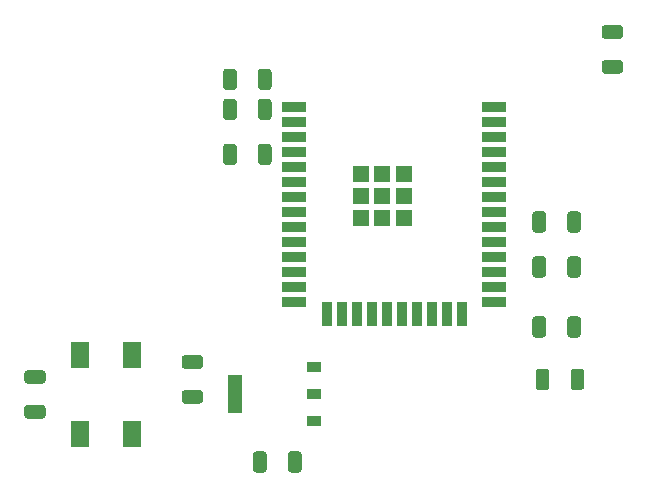
<source format=gbr>
G04 #@! TF.GenerationSoftware,KiCad,Pcbnew,(5.1.7)-1*
G04 #@! TF.CreationDate,2021-04-12T14:54:16+02:00*
G04 #@! TF.ProjectId,FitnessTracker.kicad_pcb2,4669746e-6573-4735-9472-61636b65722e,rev?*
G04 #@! TF.SameCoordinates,Original*
G04 #@! TF.FileFunction,Paste,Top*
G04 #@! TF.FilePolarity,Positive*
%FSLAX46Y46*%
G04 Gerber Fmt 4.6, Leading zero omitted, Abs format (unit mm)*
G04 Created by KiCad (PCBNEW (5.1.7)-1) date 2021-04-12 14:54:16*
%MOMM*%
%LPD*%
G01*
G04 APERTURE LIST*
%ADD10R,1.310000X3.240000*%
%ADD11R,1.310000X0.930000*%
%ADD12R,1.330000X1.330000*%
%ADD13R,2.000000X0.900000*%
%ADD14R,0.900000X2.000000*%
%ADD15R,1.500000X2.300000*%
G04 APERTURE END LIST*
D10*
X178265000Y-93345000D03*
D11*
X184955000Y-91055000D03*
X184955000Y-93345000D03*
X184955000Y-95635000D03*
D12*
X192532000Y-78370000D03*
X190697000Y-78370000D03*
X188862000Y-78370000D03*
X192532000Y-76535000D03*
X190697000Y-76535000D03*
X188862000Y-76535000D03*
X192532000Y-74700000D03*
X190697000Y-74700000D03*
X188862000Y-74700000D03*
D13*
X200197000Y-69035000D03*
X200197000Y-70305000D03*
X200197000Y-71575000D03*
X200197000Y-72845000D03*
X200197000Y-74115000D03*
X200197000Y-75385000D03*
X200197000Y-76655000D03*
X200197000Y-77925000D03*
X200197000Y-79195000D03*
X200197000Y-80465000D03*
X200197000Y-81735000D03*
X200197000Y-83005000D03*
X200197000Y-84275000D03*
X200197000Y-85545000D03*
D14*
X197412000Y-86545000D03*
X196142000Y-86545000D03*
X194872000Y-86545000D03*
X193602000Y-86545000D03*
X192332000Y-86545000D03*
X191062000Y-86545000D03*
X189792000Y-86545000D03*
X188522000Y-86545000D03*
X187252000Y-86545000D03*
X185982000Y-86545000D03*
D13*
X183197000Y-85545000D03*
X183197000Y-84275000D03*
X183197000Y-83005000D03*
X183197000Y-81735000D03*
X183197000Y-80465000D03*
X183197000Y-79195000D03*
X183197000Y-77925000D03*
X183197000Y-76655000D03*
X183197000Y-75385000D03*
X183197000Y-74115000D03*
X183197000Y-72845000D03*
X183197000Y-71575000D03*
X183197000Y-70305000D03*
X183197000Y-69035000D03*
D15*
X165100000Y-89995000D03*
X165100000Y-96695000D03*
X169545000Y-89995000D03*
X169545000Y-96695000D03*
G36*
G01*
X173974999Y-92975000D02*
X175275001Y-92975000D01*
G75*
G02*
X175525000Y-93224999I0J-249999D01*
G01*
X175525000Y-93875001D01*
G75*
G02*
X175275001Y-94125000I-249999J0D01*
G01*
X173974999Y-94125000D01*
G75*
G02*
X173725000Y-93875001I0J249999D01*
G01*
X173725000Y-93224999D01*
G75*
G02*
X173974999Y-92975000I249999J0D01*
G01*
G37*
G36*
G01*
X173974999Y-90025000D02*
X175275001Y-90025000D01*
G75*
G02*
X175525000Y-90274999I0J-249999D01*
G01*
X175525000Y-90925001D01*
G75*
G02*
X175275001Y-91175000I-249999J0D01*
G01*
X173974999Y-91175000D01*
G75*
G02*
X173725000Y-90925001I0J249999D01*
G01*
X173725000Y-90274999D01*
G75*
G02*
X173974999Y-90025000I249999J0D01*
G01*
G37*
G36*
G01*
X160639999Y-91295000D02*
X161940001Y-91295000D01*
G75*
G02*
X162190000Y-91544999I0J-249999D01*
G01*
X162190000Y-92195001D01*
G75*
G02*
X161940001Y-92445000I-249999J0D01*
G01*
X160639999Y-92445000D01*
G75*
G02*
X160390000Y-92195001I0J249999D01*
G01*
X160390000Y-91544999D01*
G75*
G02*
X160639999Y-91295000I249999J0D01*
G01*
G37*
G36*
G01*
X160639999Y-94245000D02*
X161940001Y-94245000D01*
G75*
G02*
X162190000Y-94494999I0J-249999D01*
G01*
X162190000Y-95145001D01*
G75*
G02*
X161940001Y-95395000I-249999J0D01*
G01*
X160639999Y-95395000D01*
G75*
G02*
X160390000Y-95145001I0J249999D01*
G01*
X160390000Y-94494999D01*
G75*
G02*
X160639999Y-94245000I249999J0D01*
G01*
G37*
G36*
G01*
X177225000Y-67325001D02*
X177225000Y-66024999D01*
G75*
G02*
X177474999Y-65775000I249999J0D01*
G01*
X178125001Y-65775000D01*
G75*
G02*
X178375000Y-66024999I0J-249999D01*
G01*
X178375000Y-67325001D01*
G75*
G02*
X178125001Y-67575000I-249999J0D01*
G01*
X177474999Y-67575000D01*
G75*
G02*
X177225000Y-67325001I0J249999D01*
G01*
G37*
G36*
G01*
X180175000Y-67325001D02*
X180175000Y-66024999D01*
G75*
G02*
X180424999Y-65775000I249999J0D01*
G01*
X181075001Y-65775000D01*
G75*
G02*
X181325000Y-66024999I0J-249999D01*
G01*
X181325000Y-67325001D01*
G75*
G02*
X181075001Y-67575000I-249999J0D01*
G01*
X180424999Y-67575000D01*
G75*
G02*
X180175000Y-67325001I0J249999D01*
G01*
G37*
G36*
G01*
X180175000Y-69865001D02*
X180175000Y-68564999D01*
G75*
G02*
X180424999Y-68315000I249999J0D01*
G01*
X181075001Y-68315000D01*
G75*
G02*
X181325000Y-68564999I0J-249999D01*
G01*
X181325000Y-69865001D01*
G75*
G02*
X181075001Y-70115000I-249999J0D01*
G01*
X180424999Y-70115000D01*
G75*
G02*
X180175000Y-69865001I0J249999D01*
G01*
G37*
G36*
G01*
X177225000Y-69865001D02*
X177225000Y-68564999D01*
G75*
G02*
X177474999Y-68315000I249999J0D01*
G01*
X178125001Y-68315000D01*
G75*
G02*
X178375000Y-68564999I0J-249999D01*
G01*
X178375000Y-69865001D01*
G75*
G02*
X178125001Y-70115000I-249999J0D01*
G01*
X177474999Y-70115000D01*
G75*
G02*
X177225000Y-69865001I0J249999D01*
G01*
G37*
G36*
G01*
X204840000Y-91424999D02*
X204840000Y-92725001D01*
G75*
G02*
X204590001Y-92975000I-249999J0D01*
G01*
X203939999Y-92975000D01*
G75*
G02*
X203690000Y-92725001I0J249999D01*
G01*
X203690000Y-91424999D01*
G75*
G02*
X203939999Y-91175000I249999J0D01*
G01*
X204590001Y-91175000D01*
G75*
G02*
X204840000Y-91424999I0J-249999D01*
G01*
G37*
G36*
G01*
X207790000Y-91424999D02*
X207790000Y-92725001D01*
G75*
G02*
X207540001Y-92975000I-249999J0D01*
G01*
X206889999Y-92975000D01*
G75*
G02*
X206640000Y-92725001I0J249999D01*
G01*
X206640000Y-91424999D01*
G75*
G02*
X206889999Y-91175000I249999J0D01*
G01*
X207540001Y-91175000D01*
G75*
G02*
X207790000Y-91424999I0J-249999D01*
G01*
G37*
G36*
G01*
X183865000Y-98409999D02*
X183865000Y-99710001D01*
G75*
G02*
X183615001Y-99960000I-249999J0D01*
G01*
X182964999Y-99960000D01*
G75*
G02*
X182715000Y-99710001I0J249999D01*
G01*
X182715000Y-98409999D01*
G75*
G02*
X182964999Y-98160000I249999J0D01*
G01*
X183615001Y-98160000D01*
G75*
G02*
X183865000Y-98409999I0J-249999D01*
G01*
G37*
G36*
G01*
X180915000Y-98409999D02*
X180915000Y-99710001D01*
G75*
G02*
X180665001Y-99960000I-249999J0D01*
G01*
X180014999Y-99960000D01*
G75*
G02*
X179765000Y-99710001I0J249999D01*
G01*
X179765000Y-98409999D01*
G75*
G02*
X180014999Y-98160000I249999J0D01*
G01*
X180665001Y-98160000D01*
G75*
G02*
X180915000Y-98409999I0J-249999D01*
G01*
G37*
G36*
G01*
X180175000Y-73675001D02*
X180175000Y-72374999D01*
G75*
G02*
X180424999Y-72125000I249999J0D01*
G01*
X181075001Y-72125000D01*
G75*
G02*
X181325000Y-72374999I0J-249999D01*
G01*
X181325000Y-73675001D01*
G75*
G02*
X181075001Y-73925000I-249999J0D01*
G01*
X180424999Y-73925000D01*
G75*
G02*
X180175000Y-73675001I0J249999D01*
G01*
G37*
G36*
G01*
X177225000Y-73675001D02*
X177225000Y-72374999D01*
G75*
G02*
X177474999Y-72125000I249999J0D01*
G01*
X178125001Y-72125000D01*
G75*
G02*
X178375000Y-72374999I0J-249999D01*
G01*
X178375000Y-73675001D01*
G75*
G02*
X178125001Y-73925000I-249999J0D01*
G01*
X177474999Y-73925000D01*
G75*
G02*
X177225000Y-73675001I0J249999D01*
G01*
G37*
G36*
G01*
X207512500Y-81899999D02*
X207512500Y-83200001D01*
G75*
G02*
X207262501Y-83450000I-249999J0D01*
G01*
X206612499Y-83450000D01*
G75*
G02*
X206362500Y-83200001I0J249999D01*
G01*
X206362500Y-81899999D01*
G75*
G02*
X206612499Y-81650000I249999J0D01*
G01*
X207262501Y-81650000D01*
G75*
G02*
X207512500Y-81899999I0J-249999D01*
G01*
G37*
G36*
G01*
X204562500Y-81899999D02*
X204562500Y-83200001D01*
G75*
G02*
X204312501Y-83450000I-249999J0D01*
G01*
X203662499Y-83450000D01*
G75*
G02*
X203412500Y-83200001I0J249999D01*
G01*
X203412500Y-81899999D01*
G75*
G02*
X203662499Y-81650000I249999J0D01*
G01*
X204312501Y-81650000D01*
G75*
G02*
X204562500Y-81899999I0J-249999D01*
G01*
G37*
G36*
G01*
X209534999Y-62085000D02*
X210835001Y-62085000D01*
G75*
G02*
X211085000Y-62334999I0J-249999D01*
G01*
X211085000Y-62985001D01*
G75*
G02*
X210835001Y-63235000I-249999J0D01*
G01*
X209534999Y-63235000D01*
G75*
G02*
X209285000Y-62985001I0J249999D01*
G01*
X209285000Y-62334999D01*
G75*
G02*
X209534999Y-62085000I249999J0D01*
G01*
G37*
G36*
G01*
X209534999Y-65035000D02*
X210835001Y-65035000D01*
G75*
G02*
X211085000Y-65284999I0J-249999D01*
G01*
X211085000Y-65935001D01*
G75*
G02*
X210835001Y-66185000I-249999J0D01*
G01*
X209534999Y-66185000D01*
G75*
G02*
X209285000Y-65935001I0J249999D01*
G01*
X209285000Y-65284999D01*
G75*
G02*
X209534999Y-65035000I249999J0D01*
G01*
G37*
G36*
G01*
X204562500Y-78089999D02*
X204562500Y-79390001D01*
G75*
G02*
X204312501Y-79640000I-249999J0D01*
G01*
X203662499Y-79640000D01*
G75*
G02*
X203412500Y-79390001I0J249999D01*
G01*
X203412500Y-78089999D01*
G75*
G02*
X203662499Y-77840000I249999J0D01*
G01*
X204312501Y-77840000D01*
G75*
G02*
X204562500Y-78089999I0J-249999D01*
G01*
G37*
G36*
G01*
X207512500Y-78089999D02*
X207512500Y-79390001D01*
G75*
G02*
X207262501Y-79640000I-249999J0D01*
G01*
X206612499Y-79640000D01*
G75*
G02*
X206362500Y-79390001I0J249999D01*
G01*
X206362500Y-78089999D01*
G75*
G02*
X206612499Y-77840000I249999J0D01*
G01*
X207262501Y-77840000D01*
G75*
G02*
X207512500Y-78089999I0J-249999D01*
G01*
G37*
G36*
G01*
X207512500Y-86979999D02*
X207512500Y-88280001D01*
G75*
G02*
X207262501Y-88530000I-249999J0D01*
G01*
X206612499Y-88530000D01*
G75*
G02*
X206362500Y-88280001I0J249999D01*
G01*
X206362500Y-86979999D01*
G75*
G02*
X206612499Y-86730000I249999J0D01*
G01*
X207262501Y-86730000D01*
G75*
G02*
X207512500Y-86979999I0J-249999D01*
G01*
G37*
G36*
G01*
X204562500Y-86979999D02*
X204562500Y-88280001D01*
G75*
G02*
X204312501Y-88530000I-249999J0D01*
G01*
X203662499Y-88530000D01*
G75*
G02*
X203412500Y-88280001I0J249999D01*
G01*
X203412500Y-86979999D01*
G75*
G02*
X203662499Y-86730000I249999J0D01*
G01*
X204312501Y-86730000D01*
G75*
G02*
X204562500Y-86979999I0J-249999D01*
G01*
G37*
M02*

</source>
